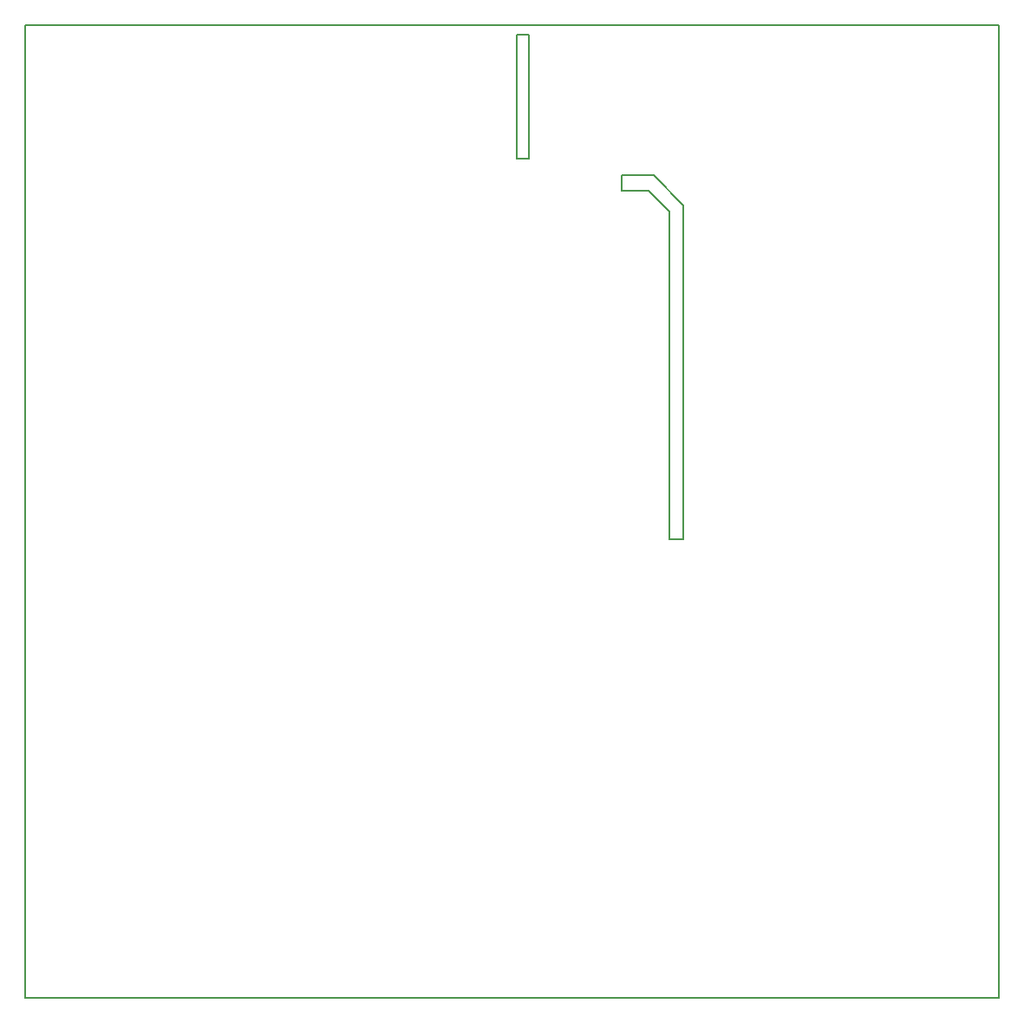
<source format=gko>
G04 Layer_Color=16711935*
%FSLAX24Y24*%
%MOIN*%
G70*
G01*
G75*
%ADD10C,0.0079*%
D10*
X48868Y28937D02*
X49409D01*
X48868D02*
Y41535D01*
X48081Y42323D02*
X48868Y41535D01*
X48032Y42323D02*
X48081D01*
X47047D02*
Y42913D01*
Y42323D02*
X48032D01*
X49409Y28937D02*
Y41772D01*
X48268Y42913D02*
X49409Y41772D01*
X48268Y42913D02*
X48268D01*
X47047D02*
X48268D01*
X24109Y11300D02*
Y48702D01*
Y11300D02*
X61535D01*
Y48702D01*
X24109D02*
X61535D01*
X43012Y48327D02*
X43455D01*
Y43553D02*
Y48327D01*
X43012Y43553D02*
X43455D01*
X43012D02*
Y48327D01*
M02*

</source>
